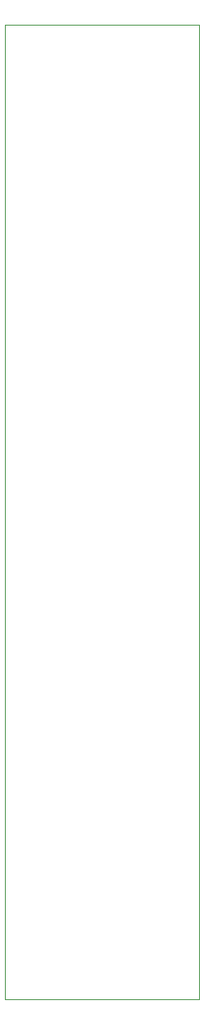
<source format=gbr>
%TF.GenerationSoftware,KiCad,Pcbnew,(5.1.8)-1*%
%TF.CreationDate,2021-01-03T22:56:05-05:00*%
%TF.ProjectId,LedController1,4c656443-6f6e-4747-926f-6c6c6572312e,rev?*%
%TF.SameCoordinates,Original*%
%TF.FileFunction,Profile,NP*%
%FSLAX46Y46*%
G04 Gerber Fmt 4.6, Leading zero omitted, Abs format (unit mm)*
G04 Created by KiCad (PCBNEW (5.1.8)-1) date 2021-01-03 22:56:05*
%MOMM*%
%LPD*%
G01*
G04 APERTURE LIST*
%TA.AperFunction,Profile*%
%ADD10C,0.050000*%
%TD*%
G04 APERTURE END LIST*
D10*
X0Y0D02*
X0Y-100000000D01*
X0Y-100000000D02*
X20000000Y-100000000D01*
X20000000Y0D02*
X20000000Y-100000000D01*
X0Y0D02*
X20000000Y0D01*
M02*

</source>
